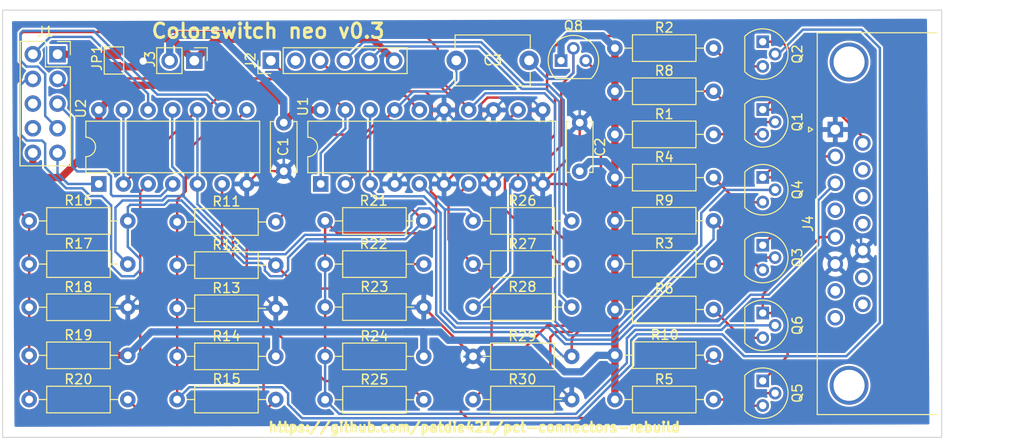
<source format=kicad_pcb>
(kicad_pcb (version 20221018) (generator pcbnew)
  (layers (0 "F.Cu" signal) (31 "B.Cu" signal) (34 "B.Paste" user) (35 "F.Paste" user) (36 "B.SilkS" user "B.Silkscreen") (37 "F.SilkS" user "F.Silkscreen") (38 "B.Mask" user) (39 "F.Mask" user) (44 "Edge.Cuts" user))
  (net 0 "")
  (net 1 "VCC")
  (net 2 "GND1")
  (net 3 "CS")
  (net 4 "Net-(Q8-B)")
  (net 5 "BLUE")
  (net 6 "Net-(Q1-B)")
  (net 7 "Net-(Q1-C)")
  (net 8 "CB")
  (net 9 "Net-(Q2-C)")
  (net 10 "RED")
  (net 11 "Net-(Q3-B)")
  (net 12 "Net-(Q3-C)")
  (net 13 "CR")
  (net 14 "Net-(Q4-C)")
  (net 15 "GREEN")
  (net 16 "Net-(Q5-B)")
  (net 17 "Net-(Q5-C)")
  (net 18 "CG")
  (net 19 "Net-(Q6-C)")
  (net 20 "Net-(Q8-C)")
  (net 21 "XINT")
  (net 22 "XB")
  (net 23 "XR")
  (net 24 "XG")
  (net 25 "Net-(J2-Pin_4)")
  (net 26 "Net-(J2-Pin_3)")
  (net 27 "Net-(J2-Pin_5)")
  (net 28 "ENABLE")
  (net 29 "Net-(J2-Pin_1)")
  (net 30 "CSYNC")
  (net 31 "G")
  (net 32 "B")
  (net 33 "R")
  (net 34 "INT")
  (net 35 "GND")
  (footprint "Resistor_THT:R_Axial_DIN0207_L6.3mm_D2.5mm_P10.16mm_Horizontal" (layer "F.Cu") (at 145.415 114.935)
    (fp_text reference "R30")
    (fp_text value "11K")
  )
  (footprint "Resistor_THT:R_Axial_DIN0207_L6.3mm_D2.5mm_P10.16mm_Horizontal" (layer "F.Cu") (at 130.175 105.41)
    (fp_text reference "R23")
    (fp_text value "1.5K")
  )
  (footprint "Connector_PinHeader_2.54mm:PinHeader_1x06_P2.54mm_Vertical" (layer "F.Cu") (at 124.587 80.03 90)
    (fp_text reference "J2")
    (fp_text value "Conn_01x06")
  )
  (footprint "Connector_PinHeader_2.54mm:PinHeader_1x02_P2.54mm_Vertical" (layer "F.Cu") (at 116.705 80.03 -90)
    (fp_text reference "J3")
    (fp_text value "Conn_01x02_Pin")
  )
  (footprint "Resistor_THT:R_Axial_DIN0207_L6.3mm_D2.5mm_P10.16mm_Horizontal" (layer "F.Cu") (at 160.02 114.935)
    (fp_text reference "R5")
    (fp_text value "56")
  )
  (footprint "Resistor_THT:R_Axial_DIN0207_L6.3mm_D2.5mm_P10.16mm_Horizontal" (layer "F.Cu") (at 114.935 105.537)
    (fp_text reference "R13")
    (fp_text value "1.5K")
  )
  (footprint "Resistor_THT:R_Axial_DIN0207_L6.3mm_D2.5mm_P10.16mm_Horizontal" (layer "F.Cu") (at 114.935 114.935)
    (fp_text reference "R15")
    (fp_text value "3.3K")
  )
  (footprint "Connector_PinHeader_2.54mm:PinHeader_2x05_P2.54mm_Vertical" (layer "F.Cu") (at 100.076 79.375)
    (fp_text reference "J1")
    (fp_text value "Conn_02x05_Odd_Even")
  )
  (footprint "Package_DIP:DIP-14_W7.62mm" (layer "F.Cu") (at 106.865 92.73 90)
    (fp_text reference "U2")
    (fp_text value "74LS08")
  )
  (footprint "Capacitor_THT:C_Disc_D7.5mm_W5.0mm_P7.50mm" (layer "F.Cu") (at 143.683159 80.01)
    (fp_text reference "C3")
    (fp_text value "102K 1KV")
  )
  (footprint "Resistor_THT:R_Axial_DIN0207_L6.3mm_D2.5mm_P10.16mm_Horizontal" (layer "F.Cu") (at 114.935 96.647)
    (fp_text reference "R11")
    (fp_text value "4.7K")
  )
  (footprint "Resistor_THT:R_Axial_DIN0207_L6.3mm_D2.5mm_P10.16mm_Horizontal" (layer "F.Cu") (at 99.695 100.985)
    (fp_text reference "R17")
    (fp_text value "4.7K")
  )
  (footprint "Package_TO_SOT_THT:TO-92" (layer "F.Cu") (at 154.478159 80.03)
    (fp_text reference "Q8")
    (fp_text value "2N3906")
  )
  (footprint "Resistor_THT:R_Axial_DIN0207_L6.3mm_D2.5mm_P10.16mm_Horizontal" (layer "F.Cu") (at 145.415 96.54)
    (fp_text reference "R26")
    (fp_text value "470")
  )
  (footprint "Resistor_THT:R_Axial_DIN0207_L6.3mm_D2.5mm_P10.16mm_Horizontal" (layer "F.Cu") (at 145.415 100.985)
    (fp_text reference "R27")
    (fp_text value "470")
  )
  (footprint "Package_TO_SOT_THT:TO-92" (layer "F.Cu") (at 175.248159 99.04 -90)
    (fp_text reference "Q3")
    (fp_text value "2N3904")
  )
  (footprint "Resistor_THT:R_Axial_DIN0207_L6.3mm_D2.5mm_P10.16mm_Horizontal" (layer "F.Cu") (at 99.695 110.383)
    (fp_text reference "R19")
    (fp_text value "3.3K")
  )
  (footprint "Package_TO_SOT_THT:TO-92" (layer "F.Cu") (at 175.248159 78.085 -90)
    (fp_text reference "Q2")
    (fp_text value "2N3904")
  )
  (footprint "Resistor_THT:R_Axial_DIN0207_L6.3mm_D2.5mm_P10.16mm_Horizontal" (layer "F.Cu") (at 145.415 110.49)
    (fp_text reference "R29")
    (fp_text value "470")
  )
  (footprint "Resistor_THT:R_Axial_DIN0207_L6.3mm_D2.5mm_P10.16mm_Horizontal" (layer "F.Cu") (at 160.02 92.075)
    (fp_text reference "R4")
    (fp_text value "56")
  )
  (footprint "Resistor_THT:R_Axial_DIN0207_L6.3mm_D2.5mm_P10.16mm_Horizontal" (layer "F.Cu") (at 114.935 110.49)
    (fp_text reference "R14")
    (fp_text value "3.3K")
  )
  (footprint "Resistor_THT:R_Axial_DIN0207_L6.3mm_D2.5mm_P10.16mm_Horizontal" (layer "F.Cu") (at 99.695 105.43)
    (fp_text reference "R18")
    (fp_text value "1.5K")
  )
  (footprint "Jumper:SolderJumper-2_P1.3mm_Open_Pad1.0x1.5mm" (layer "F.Cu") (at 108.43 80.015 -90)
    (fp_text reference "JP1")
    (fp_text value "Jumper_2_Open")
  )
  (footprint "Package_TO_SOT_THT:TO-92" (layer "F.Cu") (at 175.248159 106.025 -90)
    (fp_text reference "Q6")
    (fp_text value "2N3904")
  )
  (footprint "Resistor_THT:R_Axial_DIN0207_L6.3mm_D2.5mm_P10.16mm_Horizontal" (layer "F.Cu") (at 99.695 96.54)
    (fp_text reference "R16")
    (fp_text value "4.7K")
  )
  (footprint "Resistor_THT:R_Axial_DIN0207_L6.3mm_D2.5mm_P10.16mm_Horizontal" (layer "F.Cu") (at 170.18 83.185 180)
    (fp_text reference "R8")
    (fp_text value "3.3K")
  )
  (footprint "Resistor_THT:R_Axial_DIN0207_L6.3mm_D2.5mm_P10.16mm_Horizontal" (layer "F.Cu") (at 170.18 110.363 180)
    (fp_text reference "R10")
    (fp_text value "3.3K")
  )
  (footprint "Resistor_THT:R_Axial_DIN0207_L6.3mm_D2.5mm_P10.16mm_Horizontal" (layer "F.Cu") (at 160.02 100.965)
    (fp_text reference "R3")
    (fp_text value "56")
  )
  (footprint "Resistor_THT:R_Axial_DIN0207_L6.3mm_D2.5mm_P10.16mm_Horizontal" (layer "F.Cu") (at 130.175 114.955)
    (fp_text reference "R25")
    (fp_text value "3.3K")
  )
  (footprint "Resistor_THT:R_Axial_DIN0207_L6.3mm_D2.5mm_P10.16mm_Horizontal" (layer "F.Cu") (at 160.02 105.664)
    (fp_text reference "R6")
    (fp_text value "56")
  )
  (footprint "Capacitor_THT:C_Disc_D5.0mm_W2.5mm_P5.00mm" (layer "F.Cu") (at 125.915 86.42 -90)
    (fp_text reference "C1")
    (fp_text value "10nF")
  )
  (footprint "Package_TO_SOT_THT:TO-92" (layer "F.Cu") (at 175.248159 113.01 -90)
    (fp_text reference "Q5")
    (fp_text value "2N3904")
  )
  (footprint "Package_TO_SOT_THT:TO-92" (layer "F.Cu") (at 175.248159 85.07 -90)
    (fp_text reference "Q1")
    (fp_text value "2N3904")
  )
  (footprint "Resistor_THT:R_Axial_DIN0207_L6.3mm_D2.5mm_P10.16mm_Horizontal" (layer "F.Cu") (at 160.02 78.74)
    (fp_text reference "R2")
    (fp_text value "56")
  )
  (footprint "Resistor_THT:R_Axial_DIN0207_L6.3mm_D2.5mm_P10.16mm_Horizontal" (layer "F.Cu") (at 170.18 96.52 180)
    (fp_text reference "R9")
    (fp_text value "3.3K")
  )
  (footprint "Package_TO_SOT_THT:TO-92" (layer "F.Cu") (at 175.248159 92.055 -90)
    (fp_text reference "Q4")
    (fp_text value "2N3904")
  )
  (footprint "Resistor_THT:R_Axial_DIN0207_L6.3mm_D2.5mm_P10.16mm_Horizontal" (layer "F.Cu") (at 130.175 100.985)
    (fp_text reference "R22")
    (fp_text value "4.7K")
  )
  (footprint "Resistor_THT:R_Axial_DIN0207_L6.3mm_D2.5mm_P10.16mm_Horizontal" (layer "F.Cu") (at 145.415 105.41)
    (fp_text reference "R28")
    (fp_text value "470")
  )
  (footprint "Resistor_THT:R_Axial_DIN0207_L6.3mm_D2.5mm_P10.16mm_Horizontal" (layer "F.Cu") (at 99.695 114.935)
    (fp_text reference "R20")
    (fp_text value "3.3K")
  )
  (footprint "Capacitor_THT:C_Disc_D5.0mm_W2.5mm_P5.00mm" (layer "F.Cu") (at 156.395 91.42 90)
    (fp_text reference "C2")
    (fp_text value "10nF")
  )
  (footprint "Resistor_THT:R_Axial_DIN0207_L6.3mm_D2.5mm_P10.16mm_Horizontal" (layer "F.Cu") (at 130.175 96.54)
    (fp_text reference "R21")
    (fp_text value "4.7K")
  )
  (footprint "Connector_Dsub:DSUB-15_Female_Horizontal_P2.77x2.84mm_EdgePinOffset7.70mm_Housed_MountingHolesOffset9.12mm" (layer "F.Cu") (at 182.718159 87.125 90)
    (fp_text reference "J4")
    (fp_text value "DA15_Plug")
  )
  (footprint "Package_DIP:DIP-20_W7.62mm" (layer "F.Cu") (at 129.725 92.73 90)
    (fp_text reference "U1")
    (fp_text value "74LS241_Split")
  )
  (footprint "Resistor_THT:R_Axial_DIN0207_L6.3mm_D2.5mm_P10.16mm_Horizontal" (layer "F.Cu") (at 160.02 87.63)
    (fp_text reference "R1")
    (fp_text value "56")
  )
  (footprint "Resistor_THT:R_Axial_DIN0207_L6.3mm_D2.5mm_P10.16mm_Horizontal" (layer "F.Cu") (at 130.175 110.49)
    (fp_text reference "R24")
    (fp_text value "3.3K")
  )
  (footprint "Resistor_THT:R_Axial_DIN0207_L6.3mm_D2.5mm_P10.16mm_Horizontal" (layer "F.Cu") (at 114.935 101.092)
    (fp_text reference "R12")
    (fp_text value "4.7K")
  )
  (gr_rect (start 96.962 74.83) (end 193.675 118.83) (stroke (width 0.1)) (fill none) (layer "Edge.Cuts"))
  (gr_text "Colorswitch neo v0.3" (at 112.141 77.851) (layer "F.SilkS") (effects (font (size 1.5 1.5) (thickness 0.3) bold) (justify left bottom)))
  (gr_text "https://github.com/patdie421/pct-connectors-rebuild" (at 124.206 118.364) (layer "F.SilkS") (effects (font (size 1 1) (thickness 0.3) bold) (justify left bottom)))
  (segment (start 102.997 92.075) (end 106.865 88.207) (width 0.75) (layer "F.Cu") (net 1))
  (segment (start 108.478 110.383) (end 103.505 105.41) (width 0.75) (layer "F.Cu") (net 1))
  (segment (start 109.855 110.383) (end 108.478 110.383) (width 0.75) (layer "F.Cu") (net 1))
  (segment (start 100.076 91.44) (end 100.711 92.075) (width 0.75) (layer "F.Cu") (net 1))
  (segment (start 125.915 84.475) (end 124.01 82.57) (width 0.75) (layer "F.Cu") (net 1))
  (segment (start 106.865 88.207) (end 106.865 85.11) (width 0.75) (layer "F.Cu") (net 1))
  (segment (start 103.505 94.615) (end 101.773159 92.883159) (width 0.75) (layer "F.Cu") (net 1))
  (segment (start 109.405 82.57) (end 106.865 85.11) (width 0.75) (layer "F.Cu") (net 1))
  (segment (start 160.02 96.52) (end 160.02 100.965) (width 0.75) (layer "F.Cu") (net 1))
  (segment (start 124.01 82.57) (end 109.405 82.57) (width 0.75) (layer "F.Cu") (net 1))
  (segment (start 101.773159 92.075) (end 102.997 92.075) (width 0.75) (layer "F.Cu") (net 1))
  (segment (start 160.02 110.363) (end 160.02 115.062) (width 0.75) (layer "F.Cu") (net 1))
  (segment (start 125.915 86.42) (end 125.915 84.475) (width 0.75) (layer "F.Cu") (net 1))
  (segment (start 160.02 78.74) (end 160.02 83.185) (width 0.75) (layer "F.Cu") (net 1))
  (segment (start 129.725 85.11) (end 127.225 85.11) (width 0.75) (layer "F.Cu") (net 1))
  (segment (start 103.505 105.41) (end 103.505 94.615) (width 0.75) (layer "F.Cu") (net 1))
  (segment (start 100.711 92.075) (end 101.773159 92.075) (width 0.75) (layer "F.Cu") (net 1))
  (segment (start 127.225 85.11) (end 125.915 86.42) (width 0.75) (layer "F.Cu") (net 1))
  (segment (start 100.076 89.535) (end 100.076 91.44) (width 0.75) (layer "F.Cu") (net 1))
  (segment (start 101.773159 92.883159) (end 101.773159 92.075) (width 0.75) (layer "F.Cu") (net 1))
  (segment (start 160.02 105.664) (end 160.02 100.965) (width 0.75) (layer "F.Cu") (net 1))
  (segment (start 160.02 110.363) (end 160.02 105.664) (width 0.75) (layer "F.Cu") (net 1))
  (segment (start 160.02 83.185) (end 160.02 87.63) (width 0.75) (layer "F.Cu") (net 1))
  (segment (start 160.02 87.63) (end 160.02 92.075) (width 0.75) (layer "F.Cu") (net 1))
  (segment (start 160.02 92.075) (end 160.02 96.52) (width 0.75) (layer "F.Cu") (net 1))
  (segment (start 160.02 92.075) (end 160.02 91.44) (width 0.25) (layer "B.Cu") (net 1))
  (segment (start 140.335 107.97) (end 138.441841 107.97) (width 0.75) (layer "B.Cu") (net 1))
  (segment (start 125.329 107.97) (end 138.441841 107.97) (width 0.75) (layer "B.Cu") (net 1))
  (segment (start 125.095 110.49) (end 125.095 108.204) (width 0.75) (layer "B.Cu") (net 1))
  (segment (start 151.598421 108.83) (end 154.848421 112.08) (width 0.75) (layer "B.Cu") (net 1))
  (segment (start 114.165 78.295) (end 115.03 77.43) (width 0.75) (layer "B.Cu") (net 1))
  (segment (start 119.33 77.43) (end 125.915 84.015) (width 0.75) (layer "B.Cu") (net 1))
  (segment (start 109.855 110.383) (end 112.268 107.97) (width 0.75) (layer "B.Cu") (net 1))
  (segment (start 156.525 112.08) (end 158.222 110.383) (width 0.75) (layer "B.Cu") (net 1))
  (segment (start 125.915 84.015) (end 125.915 86.42) (width 0.75) (layer "B.Cu") (net 1))
  (segment (start 154.478159 80.03) (end 154.478159 78.202133) (width 0.75) (layer "B.Cu") (net 1))
  (segment (start 142.011841 107.97) (end 142.871841 108.83) (width 0.75) (layer "B.Cu") (net 1))
  (segment (start 114.165 80.03) (end 114.165 78.295) (width 0.75) (layer "B.Cu") (net 1))
  (segment (start 158.222 110.383) (end 160 110.383) (width 0.75) (layer "B.Cu") (net 1))
  (segment (start 157.391 90.424) (end 156.395 91.42) (width 0.75) (layer "B.Cu") (net 1))
  (segment (start 154.848421 112.08) (end 156.525 112.08) (width 0.75) (layer "B.Cu") (net 1))
  (segment (start 154.478159 78.202133) (end 155.210292 77.47) (width 0.75) (layer "B.Cu") (net 1))
  (segment (start 160.02 91.44) (end 159.004 90.424) (width 0.75) (layer "B.Cu") (net 1))
  (segment (start 112.268 107.97) (end 125.329 107.97) (width 0.75) (layer "B.Cu") (net 1))
  (segment (start 159.004 90.424) (end 157.391 90.424) (width 0.75) (layer "B.Cu") (net 1))
  (segment (start 142.871841 108.83) (end 151.598421 108.83) (width 0.75) (layer "B.Cu") (net 1))
  (segment (start 115.03 77.43) (end 119.33 77.43) (width 0.75) (layer "B.Cu") (net 1))
  (segment (start 140.335 110.383) (end 140.335 107.97) (width 0.75) (layer "B.Cu") (net 1))
  (segment (start 138.441841 107.97) (end 142.011841 107.97) (width 0.75) (layer "B.Cu") (net 1))
  (segment (start 155.210292 77.47) (end 158.75 77.47) (width 0.75) (layer "B.Cu") (net 1))
  (segment (start 158.75 77.47) (end 160.02 78.74) (width 0.75) (layer "B.Cu") (net 1))
  (segment (start 160 110.383) (end 160.02 110.363) (width 0.75) (layer "B.Cu") (net 1))
  (segment (start 125.095 108.204) (end 125.329 107.97) (width 0.75) (layer "B.Cu") (net 1))
  (segment (start 156.395 86.42) (end 156.395 88.92) (width 0.25) (layer "F.Cu") (net 2))
  (segment (start 122.105 102.547) (end 122.105 92.73) (width 0.25) (layer "F.Cu") (net 2))
  (segment (start 111.43 80.08) (end 110.845 80.665) (width 0.75) (layer "F.Cu") (net 2))
  (segment (start 110.845 80.665) (end 108.43 80.665) (width 0.75) (layer "F.Cu") (net 2))
  (segment (start 111.43 80.08) (end 111.33 79.98) (width 0.25) (layer "F.Cu") (net 2))
  (segment (start 152.585 92.73) (end 154.951841 92.73) (width 0.25) (layer "F.Cu") (net 2))
  (segment (start 140.335 105.43) (end 145.415 110.51) (width 0.25) (layer "F.Cu") (net 2))
  (segment (start 155.575 114.935) (end 155.575 115.082) (width 0.25) (layer "F.Cu") (net 2))
  (segment (start 142.425 92.73) (end 143.55 91.605) (width 0.25) (layer "F.Cu") (net 2))
  (segment (start 155.588237 107.97) (end 153.931841 107.97) (width 0.25) (layer "F.Cu") (net 2))
  (segment (start 146.38 91.605) (end 147.505 92.73) (width 0.25) (layer "F.Cu") (net 2))
  (segment (start 143.55 91.605) (end 146.38 91.605) (width 0.25) (layer "F.Cu") (net 2))
  (segment (start 156.395 88.92) (end 152.585 92.73) (width 0.25) (layer "F.Cu") (net 2))
  (segment (start 153.931841 107.97) (end 153.371841 108.53) (width 0.25) (layer "F.Cu") (net 2))
  (segment (start 153.371841 112.731841) (end 155.575 114.935) (width 0.25) (layer "F.Cu") (net 2))
  (segment (start 123.415 91.42) (end 122.105 92.73) (width 0.25) (layer "F.Cu") (net 2))
  (segment (start 158.126841 105.431396) (end 155.588237 107.97) (width 0.25) (layer "F.Cu") (net 2))
  (segment (start 153.371841 108.53) (end 153.371841 112.731841) (width 0.25) (layer "F.Cu") (net 2))
  (segment (start 154.951841 92.73) (end 158.126841 95.905) (width 0.25) (layer "F.Cu") (net 2))
  (segment (start 125.915 91.42) (end 123.415 91.42) (width 0.25) (layer "F.Cu") (net 2))
  (segment (start 125.095 105.537) (end 122.105 102.547) (width 0.25) (layer "F.Cu") (net 2))
  (segment (start 158.126841 95.905) (end 158.126841 105.431396) (width 0.25) (layer "F.Cu") (net 2))
  (via (at 111.43 80.08) (size 1) (drill 0.75) (layers "F.Cu" "B.Cu") (net 2))
  (segment (start 123.356396 88.265) (end 126.538159 88.265) (width 0.25) (layer "B.Cu") (net 2))
  (segment (start 148.775 83.84) (end 151.315 83.84) (width 0.25) (layer "B.Cu") (net 2))
  (segment (start 151.315 83.84) (end 152.585 85.11) (width 0.25) (layer "B.Cu") (net 2))
  (segment (start 128.455 84.58) (end 128.455 84.318061) (width 0.25) (layer "B.Cu") (net 2))
  (segment (start 136.075 84.506122) (end 136.075 85.901939) (width 0.25) (layer "B.Cu") (net 2))
  (segment (start 143.695 86.38) (end 142.425 85.11) (width 0.25) (layer "B.Cu") (net 2))
  (segment (start 128.455 84.318061) (end 128.933061 83.84) (width 0.25) (layer "B.Cu") (net 2))
  (segment (start 185.373159 99.85) (end 185.373159 98.37) (width 0.25) (layer "B.Cu") (net 2))
  (segment (start 120.83 84.63) (end 120.83 85.738604) (width 0.25) (layer "B.Cu") (net 2))
  (segment (start 125.915 88.276841) (end 125.926841 88.265) (width 0.25) (layer "B.Cu") (net 2))
  (segment (start 141.155 91.46) (end 138.615 91.46) (width 0.25) (layer "B.Cu") (net 2))
  (segment (start 180.328159 81.935) (end 156.856841 81.935) (width 0.25) (layer "B.Cu") (net 2))
  (segment (start 111.43 80.08) (end 114.43 83.08) (width 0.25) (layer "B.Cu") (net 2))
  (segment (start 147.505 85.11) (end 147.505 92.73) (width 0.25) (layer "B.Cu") (net 2))
  (segment (start 111.125 104.16) (end 123.718 104.16) (width 0.25) (layer "B.Cu") (net 2))
  (segment (start 184.138159 85.704999) (end 180.34816 81.914999) (width 0.25) (layer "B.Cu") (net 2))
  (segment (start 136.075 85.901939) (end 136.553061 86.38) (width 0.25) (layer "B.Cu") (net 2))
  (segment (start 151.15 110.51) (end 155.575 114.935) (width 0.25) (layer "B.Cu") (net 2))
  (segment (start 147.505 92.73) (end 148.775 91.46) (width 0.25) (layer "B.Cu") (net 2))
  (segment (start 147.505 85.11) (end 146.235 86.38) (width 0.25) (layer "B.Cu") (net 2))
  (segment (start 141.155 86.38) (end 142.425 85.11) (width 0.25) (layer "B.Cu") (net 2))
  (segment (start 185.373159 98.37) (end 184.138159 97.135) (width 0.25) (layer "B.Cu") (net 2))
  (segment (start 123.718 104.16) (end 125.095 105.537) (width 0.25) (layer "B.Cu") (net 2))
  (segment (start 156.395 83.205) (end 156.395 86.42) (width 0.25) (layer "B.Cu") (net 2))
  (segment (start 135.408878 83.84) (end 136.075 84.506122) (width 0.25) (layer "B.Cu") (net 2))
  (segment (start 144.537841 110.51) (end 151.15 110.51) (width 0.25) (layer "B.Cu") (net 2))
  (segment (start 109.855 105.43) (end 111.125 104.16) (width 0.25) (layer "B.Cu") (net 2))
  (segment (start 147.505 85.11) (end 148.775 83.84) (width 0.25) (layer "B.Cu") (net 2))
  (segment (start 120.83 85.738604) (end 123.356396 88.265) (width 0.25) (layer "B.Cu") (net 2))
  (segment (start 128.455 86.348159) (end 128.455 84.58) (width 0.25) (layer "B.Cu") (net 2))
  (segment (start 119.28 83.08) (end 120.83 84.63) (width 0.25) (layer "B.Cu") (net 2))
  (segment (start 125.915 91.42) (end 125.915 88.276841) (width 0.25) (layer "B.Cu") (net 2))
  (segment (start 136.553061 86.38) (end 141.155 86.38) (width 0.25) (layer "B.Cu") (net 2))
  (segment (start 125.926841 88.265) (end 126.538159 88.265) (width 0.25) (layer "B.Cu") (net 2))
  (segment (start 157.665 81.935) (end 156.395 83.205) (width 0.25) (layer "B.Cu") (net 2))
  (segment (start 146.235 86.38) (end 143.695 86.38) (width 0.25) (layer "B.Cu") (net 2))
  (segment (start 126.538159 88.265) (end 128.455 86.348159) (width 0.25) (layer "B.Cu") (net 2))
  (segment (start 128.933061 83.84) (end 135.408878 83.84) (width 0.25) (layer "B.Cu") (net 2))
  (segment (start 114.43 83.08) (end 119.28 83.08) (width 0.25) (layer "B.Cu") (net 2))
  (segment (start 148.775 91.46) (end 151.315 91.46) (width 0.25) (layer "B.Cu") (net 2))
  (segment (start 142.425 92.73) (end 141.155 91.46) (width 0.25) (layer "B.Cu") (net 2))
  (segment (start 180.34816 81.914999) (end 180.328159 81.935) (width 0.25) (layer "B.Cu") (net 2))
  (segment (start 184.138159 97.135) (end 184.138159 85.704999) (width 0.25) (layer "B.Cu") (net 2))
  (segment (start 151.315 91.46) (end 152.585 92.73) (width 0.25) (layer "B.Cu") (net 2))
  (segment (start 138.615 91.46) (end 137.345 92.73) (width 0.25) (layer "B.Cu") (net 2))
  (segment (start 127.107 94.635) (end 130.186841 94.635) (width 0.25) (layer "F.Cu") (net 3))
  (segment (start 130.995 94.635) (end 130.995 91.46) (width 0.25) (layer "F.Cu") (net 3))
  (segment (start 140.335 96.54) (end 138.43 94.635) (width 0.25) (layer "F.Cu") (net 3))
  (segment (start 130.995 91.46) (end 137.345 85.11) (width 0.25) (layer "F.Cu") (net 3))
  (segment (start 138.43 94.635) (end 130.186841 94.635) (width 0.25) (layer "F.Cu") (net 3))
  (segment (start 125.095 96.647) (end 127.107 94.635) (width 0.25) (layer "F.Cu") (net 3))
  (segment (start 143.683159 80.01) (end 143.683159 82.006841) (width 0.25) (layer "B.Cu") (net 3))
  (segment (start 101.346 88.577973) (end 101.346 91.014237) (width 0.25) (layer "B.Cu") (net 3))
  (segment (start 99.441 88.265) (end 101.033027 88.265) (width 0.25) (layer "B.Cu") (net 3))
  (segment (start 123.97 101.647939) (end 124.557061 102.235) (width 0.25) (layer "B.Cu") (net 3))
  (segment (start 111.125 101.594439) (end 111.125 100.457) (width 0.25) (layer "B.Cu") (net 3))
  (segment (start 143.683159 82.006841) (end 142.485 83.205) (width 0.25) (layer "B.Cu") (net 3))
  (segment (start 107.188 93.98) (end 108.135 94.927) (width 0.25) (layer "B.Cu") (net 3))
  (segment (start 142.485 83.205) (end 139.25 83.205) (width 0.25) (layer "B.Cu") (net 3))
  (segment (start 116.488604 95.535) (end 116.49 95.535) (width 0.25) (layer "B.Cu") (net 3))
  (segment (start 126.365 101.6) (end 126.365 100.331396) (width 0.25) (layer "B.Cu") (net 3))
  (segment (start 105.18669 93.18) (end 105.98669 93.98) (width 0.25) (layer "B.Cu") (net 3))
  (segment (start 99.441 81.915) (end 98.806 82.55) (width 0.25) (layer "B.Cu") (net 3))
  (segment (start 126.365 100.331396) (end 128.271396 98.425) (width 0.25) (layer "B.Cu") (net 3))
  (segment (start 124.557061 102.235) (end 125.73 102.235) (width 0.25) (layer "B.Cu") (net 3))
  (segment (start 123.6 100.867) (end 123.97 101.237) (width 0.25) (layer "B.Cu") (net 3))
  (segment (start 109.235 102.235) (end 110.484439 102.235) (width 0.25) (layer "B.Cu") (net 3))
  (segment (start 101.033027 88.265) (end 101.346 88.577973) (width 0.25) (layer "B.Cu") (net 3))
  (segment (start 111.125 100.457) (end 109.855 99.187) (width 0.25) (layer "B.Cu") (net 3))
  (segment (start 109.855 95.123) (end 110.098 94.88) (width 0.25) (layer "B.Cu") (net 3))
  (segment (start 110.098 94.88) (end 113.607792 94.88) (width 0.25) (layer "B.Cu") (net 3))
  (segment (start 108.135 94.927) (end 108.135 101.135) (width 0.25) (layer "B.Cu") (net 3))
  (segment (start 120.8 99.845) (end 120.8 99.854555) (width 0.25) (layer "B.Cu") (net 3))
  (segment (start 109.855 96.54) (end 109.855 95.123) (width 0.25) (layer "B.Cu") (net 3))
  (segment (start 116.49 95.535) (end 120.8 99.845) (width 0.25) (layer "B.Cu") (net 3))
  (segment (start 108.135 101.135) (end 109.235 102.235) (width 0.25) (layer "B.Cu") (net 3))
  (segment (start 110.484439 102.235) (end 111.125 101.594439) (width 0.25) (layer "B.Cu") (net 3))
  (segment (start 98.806 82.55) (end 98.806 87.63) (width 0.25) (layer "B.Cu") (net 3))
  (segment (start 128.271396 98.425) (end 138.45 98.425) (width 0.25) (layer "B.Cu") (net 3))
  (segment (start 113.607792 94.88) (end 114.057792 94.43) (width 0.25) (layer "B.Cu") (net 3))
  (segment (start 138.45 98.425) (end 140.335 96.54) (width 0.25) (layer "B.Cu") (net 3))
  (segment (start 121.822 100.867) (end 123.6 100.867) (width 0.25) (layer "B.Cu") (net 3))
  (segment (start 98.806 87.63) (end 99.441 88.265) (width 0.25) (layer "B.Cu") (net 3))
  (segment (start 100.076 81.915) (end 99.441 81.915) (width 0.25) (layer "B.Cu") (net 3))
  (segment (start 109.855 99.187) (end 109.855 96.54) (width 0.25) (layer "B.Cu") (net 3))
  (segment (start 115.383604 94.43) (end 116.488604 95.535) (width 0.25) (layer "B.Cu") (net 3))
  (segment (start 121.294555 100.339555) (end 121.822 100.867) (width 0.25) (layer "B.Cu") (net 3))
  (segment (start 123.97 101.237) (end 123.97 101.647939) (width 0.25) (layer "B.Cu") (net 3))
  (segment (start 120.8 99.854555) (end 121.285 100.339555) (width 0.25) (layer "B.Cu") (net 3))
  (segment (start 101.346 91.014237) (end 103.511763 93.18) (width 0.25) (layer "B.Cu") (net 3))
  (segment (start 121.285 100.339555) (end 121.294555 100.339555) (width 0.25) (layer "B.Cu") (net 3))
  (segment (start 139.25 83.205) (end 137.345 85.11) (width 0.25) (layer "B.Cu") (net 3))
  (segment (start 105.98669 93.98) (end 107.188 93.98) (width 0.25) (layer "B.Cu") (net 3))
  (segment (start 103.511763 93.18) (end 105.18669 93.18) (width 0.25) (layer "B.Cu") (net 3))
  (segment (start 114.057792 94.43) (end 115.383604 94.43) (width 0.25) (layer "B.Cu") (net 3))
  (segment (start 125.73 102.235) (end 126.365 101.6) (width 0.25) (layer "B.Cu") (net 3))
  (segment (start 145.415 114.935) (end 153.015 107.335) (width 0.25) (layer "F.Cu") (net 4))
  (segment (start 155.586841 107.335) (end 157.676841 105.245) (width 0.25) (layer "F.Cu") (net 4))
  (segment (start 157.676841 105.245) (end 157.676841 101.332402) (width 0.25) (layer "F.Cu") (net 4))
  (segment (start 154.49 88.763061) (end 154.49 82.538159) (width 0.25) (layer "F.Cu") (net 4))
  (segment (start 151.315 94.970561) (end 151.315 91.938061) (width 0.25) (layer "F.Cu") (net 4))
  (segment (start 151.315 91.938061) (end 154.49 88.763061) (width 0.25) (layer "F.Cu") (net 4))
  (segment (start 155.748159 81.28) (end 155.748159 78.76) (width 0.25) (layer "F.Cu") (net 4))
  (segment (start 154.49 82.538159) (end 155.748159 81.28) (width 0.25) (layer "F.Cu") (net 4))
  (segment (start 157.676841 101.332402) (end 151.315 94.970561) (width 0.25) (layer "F.Cu") (net 4))
  (segment (start 153.015 107.335) (end 155.586841 107.335) (width 0.25) (layer "F.Cu") (net 4))
  (segment (start 151.183159 80.01) (end 153.088159 81.915) (width 0.25) (layer "B.Cu") (net 4))
  (segment (start 155.748159 81.28) (end 155.748159 78.76) (width 0.25) (layer "B.Cu") (net 4))
  (segment (start 153.088159 81.915) (end 155.113159 81.915) (width 0.25) (layer "B.Cu") (net 4))
  (segment (start 155.113159 81.915) (end 155.748159 81.28) (width 0.25) (layer "B.Cu") (net 4))
  (segment (start 185.558159 87.90538) (end 185.558159 88.51) (width 0.25) (layer "F.Cu") (net 5))
  (segment (start 182.732779 85.08) (end 185.558159 87.90538) (width 0.25) (layer "F.Cu") (net 5))
  (segment (start 177.8 78.682329) (end 177.202671 78.085) (width 0.25) (layer "F.Cu") (net 5))
  (segment (start 177.202671 78.085) (end 175.248159 78.085) (width 0.25) (layer "F.Cu") (net 5))
  (segment (start 177.8 82.518159) (end 177.8 78.682329) (width 0.25) (layer "F.Cu") (net 5))
  (segment (start 175.248159 85.07) (end 175.258159 85.08) (width 0.25) (layer "F.Cu") (net 5))
  (segment (start 175.248159 85.07) (end 177.8 82.518159) (width 0.25) (layer "F.Cu") (net 5))
  (segment (start 175.248159 85.07) (end 175.258159 85.06) (width 0.25) (layer "F.Cu") (net 5))
  (segment (start 175.258159 85.08) (end 182.732779 85.08) (width 0.25) (layer "F.Cu") (net 5))
  (segment (start 161.945 77.49) (end 167.64 83.185) (width 0.25) (layer "F.Cu") (net 6))
  (segment (start 150.045 92.73) (end 150.045 91.46) (width 0.25) (layer "F.Cu") (net 6))
  (segment (start 153.035 79.375) (end 154.92 77.49) (width 0.25) (layer "F.Cu") (net 6))
  (segment (start 153.035 83.02) (end 153.035 79.375) (width 0.25) (layer "F.Cu") (net 6))
  (segment (start 150.045 91.46) (end 153.855 87.65) (width 0.25) (layer "F.Cu") (net 6))
  (segment (start 167.64 83.185) (end 170.18 83.185) (width 0.25) (layer "F.Cu") (net 6))
  (segment (start 154.92 77.49) (end 161.945 77.49) (width 0.25) (layer "F.Cu") (net 6))
  (segment (start 176.518159 86.34) (end 176.498159 86.36) (width 0.25) (layer "F.Cu") (net 6))
  (segment (start 153.855 83.84) (end 153.035 83.02) (width 0.25) (layer "F.Cu") (net 6))
  (segment (start 176.498159 86.36) (end 173.355 86.36) (width 0.25) (layer "F.Cu") (net 6))
  (segment (start 153.855 87.65) (end 153.855 83.84) (width 0.25) (layer "F.Cu") (net 6))
  (segment (start 173.355 86.36) (end 170.18 83.185) (width 0.25) (layer "F.Cu") (net 6))
  (segment (start 149.236841 92.73) (end 149.236841 101.862159) (width 0.25) (layer "B.Cu") (net 6))
  (segment (start 149.236841 101.862159) (end 145.415 105.684) (width 0.25) (layer "B.Cu") (net 6))
  (segment (start 170.18 87.63) (end 170.2 87.61) (width 0.25) (layer "F.Cu") (net 7))
  (segment (start 170.2 87.61) (end 175.248159 87.61) (width 0.25) (layer "F.Cu") (net 7))
  (segment (start 136.075 85.743604) (end 136.075 84.475) (width 0.25) (layer "F.Cu") (net 8))
  (segment (start 123.375 84.516396) (end 123.375 85.743604) (width 0.25) (layer "F.Cu") (net 8))
  (segment (start 118.295 87.046122) (end 118.295 84.635561) (width 0.25) (layer "F.Cu") (net 8))
  (segment (start 123.375 85.743604) (end 125.281396 87.65) (width 0.25) (layer "F.Cu") (net 8))
  (segment (start 136.075 84.475) (end 136.895 83.655) (width 0.25) (layer "F.Cu") (net 8))
  (segment (start 115.824 93.472) (end 115.824 89.517122) (width 0.25) (layer "F.Cu") (net 8))
  (segment (start 118.295 84.635561) (end 119.090561 83.84) (width 0.25) (layer "F.Cu") (net 8))
  (segment (start 134.168604 87.65) (end 136.075 85.743604) (width 0.25) (layer "F.Cu") (net 8))
  (segment (start 138.43 83.655) (end 139.885 85.11) (width 0.25) (layer "F.Cu") (net 8))
  (segment (start 136.895 83.655) (end 138.43 83.655) (width 0.25) (layer "F.Cu") (net 8))
  (segment (start 114.935 115.062) (end 114.935 96.647) (width 0.25) (layer "F.Cu") (net 8))
  (segment (start 119.090561 83.84) (end 122.698604 83.84) (width 0.25) (layer "F.Cu") (net 8))
  (segment (start 115.824 89.517122) (end 118.295 87.046122) (width 0.25) (layer "F.Cu") (net 8))
  (segment (start 114.935 96.647) (end 114.935 94.361) (width 0.25) (layer "F.Cu") (net 8))
  (segment (start 122.698604 83.84) (end 123.375 84.516396) (width 0.25) (layer "F.Cu") (net 8))
  (segment (start 125.281396 87.65) (end 134.168604 87.65) (width 0.25) (layer "F.Cu") (net 8))
  (segment (start 114.935 94.361) (end 115.824 93.472) (width 0.25) (layer "F.Cu") (net 8))
  (segment (start 187.313159 78.728159) (end 187.313159 107.01416) (width 0.25) (layer "B.Cu") (net 8))
  (segment (start 179.3875 76.835) (end 185.42 76.835) (width 0.25) (layer "B.Cu") (net 8))
  (segment (start 176.8675 79.355) (end 179.3875 76.835) (width 0.25) (layer "B.Cu") (net 8))
  (segment (start 173.335 110.47) (end 171.08 108.215) (width 0.25) (layer "B.Cu") (net 8))
  (segment (start 176.518159 79.355) (end 176.8675 79.355) (width 0.25) (layer "B.Cu") (net 8))
  (segment (start 183.857319 110.47) (end 173.335 110.47) (width 0.25) (layer "B.Cu") (net 8))
  (segment (start 125.73 113.665) (end 116.205 113.665) (width 0.25) (layer "B.Cu") (net 8))
  (segment (start 171.08 108.215) (end 162.300584 108.215) (width 0.25) (layer "B.Cu") (net 8))
  (segment (start 185.42 76.835) (end 187.313159 78.728159) (width 0.25) (layer "B.Cu") (net 8))
  (segment (start 116.205 113.665) (end 114.935 114.935) (width 0.25) (layer "B.Cu") (net 8))
  (segment (start 127.807402 116.86) (end 126.365 115.417598) (width 0.25) (layer "B.Cu") (net 8))
  (segment (start 126.365 115.417598) (end 126.365 114.3) (width 0.25) (layer "B.Cu") (net 8))
  (segment (start 161.701637 111.348363) (end 156.19 116.86) (width 0.25) (layer "B.Cu") (net 8))
  (segment (start 162.300584 108.215) (end 161.701637 108.813947) (width 0.25) (layer "B.Cu") (net 8))
  (segment (start 187.313159 107.01416) (end 183.857319 110.47) (width 0.25) (layer "B.Cu") (net 8))
  (segment (start 126.365 114.3) (end 125.73 113.665) (width 0.25) (layer "B.Cu") (net 8))
  (segment (start 161.701637 108.813947) (end 161.701637 111.348363) (width 0.25) (layer "B.Cu") (net 8))
  (segment (start 156.19 116.86) (end 127.807402 116.86) (width 0.25) (layer "B.Cu") (net 8))
  (segment (start 170.18 78.74) (end 172.065 80.625) (width 0.25) (layer "F.Cu") (net 9))
  (segment (start 172.065 80.625) (end 175.248159 80.625) (width 0.25) (layer "F.Cu") (net 9))
  (segment (start 177.448159 89.895) (end 177.428159 89.875) (width 0.25) (layer "F.Cu") (net 10))
  (segment (start 182.718159 89.895) (end 177.448159 89.895) (width 0.25) (layer "F.Cu") (net 10))
  (segment (start 175.248159 92.055) (end 177.202671 92.055) (width 0.25) (layer "F.Cu") (net 10))
  (segment (start 177.8 96.488159) (end 175.248159 99.04) (width 0.25) (layer "F.Cu") (net 10))
  (segment (start 177.8 92.652329) (end 177.8 96.488159) (width 0.25) (layer "F.Cu") (net 10))
  (segment (start 177.202671 92.055) (end 177.8 92.652329) (width 0.25) (layer "F.Cu") (net 10))
  (segment (start 177.428159 89.875) (end 175.248159 92.055) (width 0.25) (layer "F.Cu") (net 10))
  (segment (start 170.18 96.52) (end 173.97 100.31) (width 0.25) (layer "F.Cu") (net 11))
  (segment (start 173.97 100.31) (end 176.518159 100.31) (width 0.25) (layer "F.Cu") (net 11))
  (segment (start 159.836396 108.77) (end 170.18 98.426396) (width 0.25) (layer "B.Cu") (net 11))
  (segment (start 142.516841 105.788439) (end 143.808402 107.08) (width 0.25) (layer "B.Cu") (net 11))
  (segment (start 142.516841 95.361841) (end 144.891841 95.361841) (width 0.25) (layer "B.Cu") (net 11))
  (segment (start 145.415 95.885) (end 145.415 96.54) (width 0.25) (layer "B.Cu") (net 11))
  (segment (start 142.516841 95.361841) (end 142.516841 105.788439) (width 0.25) (layer "B.Cu") (net 11))
  (segment (start 155.061841 108.77) (end 159.836396 108.77) (width 0.25) (layer "B.Cu") (net 11))
  (segment (start 144.891841 95.361841) (end 145.415 95.885) (width 0.25) (layer "B.Cu") (net 11))
  (segment (start 143.808402 107.08) (end 153.371841 107.08) (width 0.25) (layer "B.Cu") (net 11))
  (segment (start 139.885 92.73) (end 142.516841 95.361841) (width 0.25) (layer "B.Cu") (net 11))
  (segment (start 170.18 98.426396) (end 170.18 96.52) (width 0.25) (layer "B.Cu") (net 11))
  (segment (start 153.371841 107.08) (end 155.061841 108.77) (width 0.25) (layer "B.Cu") (net 11))
  (segment (start 175.094969 101.58) (end 175.248159 101.58) (width 0.25) (layer "F.Cu") (net 12))
  (segment (start 170.18 100.965) (end 174.479969 100.965) (width 0.25) (layer "F.Cu") (net 12))
  (segment (start 174.479969 100.965) (end 175.094969 101.58) (width 0.25) (layer "F.Cu") (net 12))
  (segment (start 144.965 84.951665) (end 144.965 85.11) (width 0.25) (layer "F.Cu") (net 13))
  (segment (start 98.806 77.334) (end 99.06 77.08) (width 0.25) (layer "F.Cu") (net 13))
  (segment (start 99.695 96.54) (end 98.806 95.651) (width 0.25) (layer "F.Cu") (net 13))
  (segment (start 99.695 105.43) (end 99.695 100.985) (width 0.25) (layer "F.Cu") (net 13))
  (segment (start 141.778159 78.74) (end 141.778159 81.764824) (width 0.25) (layer "F.Cu") (net 13))
  (segment (start 140.118159 77.08) (end 141.778159 78.74) (width 0.25) (layer "F.Cu") (net 13))
  (segment (start 98.806 95.651) (end 98.806 77.334) (width 0.25) (layer "F.Cu") (net 13))
  (segment (start 99.695 100.985) (end 99.695 96.54) (width 0.25) (layer "F.Cu") (net 13))
  (segment (start 99.695 110.383) (end 99.695 105.43) (width 0.25) (layer "F.Cu") (net 13))
  (segment (start 141.778159 81.764824) (end 144.965 84.951665) (width 0.25) (layer "F.Cu") (net 13))
  (segment (start 99.695 115.082) (end 99.695 110.383) (width 0.25) (layer "F.Cu") (net 13))
  (segment (start 99.06 77.08) (end 140.118159 77.08) (width 0.25) (layer "F.Cu") (net 13))
  (segment (start 171.293061 93.345) (end 176.498159 93.345) (width 0.25) (layer "B.Cu") (net 13))
  (segment (start 176.498159 93.345) (end 176.518159 93.325) (width 0.25) (layer "B.Cu") (net 13))
  (segment (start 159.65 108.32) (end 168.91 99.06) (width 0.25) (layer "B.Cu") (net 13))
  (segment (start 168.91 95.728061) (end 171.293061 93.345) (width 0.25) (layer "B.Cu") (net 13))
  (segment (start 155.301841 108.32) (end 159.65 108.32) (width 0.25) (layer "B.Cu") (net 13))
  (segment (start 168.91 99.06) (end 168.91 95.728061) (width 0.25) (layer "B.Cu") (net 13))
  (segment (start 152.768604 83.39) (end 153.855 84.476396) (width 0.25) (layer "B.Cu") (net 13))
  (segment (start 153.855 106.873159) (end 155.301841 108.32) (width 0.25) (layer "B.Cu") (net 13))
  (segment (start 153.855 84.476396) (end 153.855 106.873159) (width 0.25) (layer "B.Cu") (net 13))
  (segment (start 144.965 85.11) (end 146.685 83.39) (width 0.25) (layer "B.Cu") (net 13))
  (segment (start 146.685 83.39) (end 152.768604 83.39) (width 0.25) (layer "B.Cu") (net 13))
  (segment (start 175.228159 94.615) (end 175.248159 94.595) (width 0.25) (layer "F.Cu") (net 14))
  (segment (start 172.72 94.615) (end 175.228159 94.615) (width 0.25) (layer "F.Cu") (net 14))
  (segment (start 170.18 92.075) (end 172.72 94.615) (width 0.25) (layer "F.Cu") (net 14))
  (segment (start 177.8 110.458159) (end 175.248159 113.01) (width 0.25) (layer "F.Cu") (net 15))
  (segment (start 181.163159 98.205) (end 175.248159 104.12) (width 0.25) (layer "F.Cu") (net 15))
  (segment (start 182.718159 98.205) (end 181.163159 98.205) (width 0.25) (layer "F.Cu") (net 15))
  (segment (start 175.248159 104.12) (end 175.248159 106.025) (width 0.25) (layer "F.Cu") (net 15))
  (segment (start 177.202671 106.025) (end 177.8 106.622329) (width 0.25) (layer "F.Cu") (net 15))
  (segment (start 177.8 106.622329) (end 177.8 110.458159) (width 0.25) (layer "F.Cu") (net 15))
  (segment (start 175.248159 106.025) (end 177.202671 106.025) (width 0.25) (layer "F.Cu") (net 15))
  (segment (start 147.32 110.656939) (end 144.145 113.831939) (width 0.25) (layer "F.Cu") (net 16))
  (segment (start 163.703 116.84) (end 170.18 110.363) (width 0.25) (layer "F.Cu") (net 16))
  (segment (start 170.18 110.363) (end 174.097 114.28) (width 0.25) (layer "F.Cu") (net 16))
  (segment (start 142.886841 94.808159) (end 142.886841 98.456841) (width 0.25) (layer "F.Cu") (net 16))
  (segment (start 145.415 100.985) (end 147.32 102.89) (width 0.25) (layer "F.Cu") (net 16))
  (segment (start 174.097 114.28) (end 176.518159 114.28) (width 0.25) (layer "F.Cu") (net 16))
  (segment (start 144.145 113.831939) (end 144.145 116.196841) (width 0.25) (layer "F.Cu") (net 16))
  (segment (start 144.788159 116.84) (end 163.703 116.84) (width 0.25) (layer "F.Cu") (net 16))
  (segment (start 147.32 102.89) (end 147.32 110.656939) (width 0.25) (layer "F.Cu") (net 16))
  (segment (start 144.145 116.196841) (end 144.788159 116.84) (width 0.25) (layer "F.Cu") (net 16))
  (segment (start 144.965 92.73) (end 142.886841 94.808159) (width 0.25) (layer "F.Cu") (net 16))
  (segment (start 145.415 100.985) (end 142.886841 98.456841) (width 0.25) (layer "F.Cu") (net 16))
  (segment (start 172.728159 114.935) (end 173.363159 115.57) (width 0.25) (layer "F.Cu") (net 17))
  (segment (start 173.363159 115.57) (end 174.625 115.57) (width 0.25) (layer "F.Cu") (net 17))
  (segment (start 170.18 115.062) (end 170.18 114.935) (width 0.25) (layer "F.Cu") (net 17))
  (segment (start 170.18 114.935) (end 172.728159 114.935) (width 0.25) (layer "F.Cu") (net 17))
  (segment (start 141.605 97.004439) (end 140.799439 97.81) (width 0.25) (layer "F.Cu") (net 18))
  (segment (start 141.605 94.054439) (end 141.605 97.004439) (width 0.25) (layer "F.Cu") (net 18))
  (segment (start 144.35 90.805) (end 142.24 90.805) (width 0.25) (layer "F.Cu") (net 18))
  (segment (start 130.175 105.43) (end 130.175 110.383) (width 0.25) (layer "F.Cu") (net 18))
  (segment (start 131.445 97.81) (end 130.175 96.54) (width 0.25) (layer "F.Cu") (net 18))
  (segment (start 141.05658 93.506019) (end 141.605 94.054439) (width 0.25) (layer "F.Cu") (net 18))
  (segment (start 130.175 96.54) (end 130.175 100.985) (width 0.25) (layer "F.Cu") (net 18))
  (segment (start 142.24 90.805) (end 141.05658 91.98842) (width 0.25) (layer "F.Cu") (net 18))
  (segment (start 141.05658 91.98842) (end 141.05658 93.506019) (width 0.25) (layer "F.Cu") (net 18))
  (segment (start 150.045 85.11) (end 144.35 90.805) (width 0.25) (layer "F.Cu") (net 18))
  (segment (start 140.799439 97.81) (end 131.445 97.81) (width 0.25) (layer "F.Cu") (net 18))
  (segment (start 131.63 116.41) (end 156.003604 116.41) (width 0.25) (layer "B.Cu") (net 18))
  (segment (start 171 107.765) (end 171.47 107.295) (width 0.25) (layer "B.Cu") (net 18))
  (segment (start 171.47 107.295) (end 176.518159 107.295) (width 0.25) (layer "B.Cu") (net 18))
  (segment (start 156.003604 116.41) (end 161.251637 111.161967) (width 0.25) (layer "B.Cu") (net 18))
  (segment (start 161.251637 108.627551) (end 162.114188 107.765) (width 0.25) (layer "B.Cu") (net 18))
  (segment (start 161.251637 111.161967) (end 161.251637 108.627551) (width 0.25) (layer "B.Cu") (net 18))
  (segment (start 162.114188 107.765) (end 171 107.765) (width 0.25) (layer "B.Cu") (net 18))
  (segment (start 130.175 114.955) (end 131.63 116.41) (width 0.25) (layer "B.Cu") (net 18))
  (segment (start 130.175 100.985) (end 130.175 105.43) (width 0.25) (layer "B.Cu") (net 18))
  (segment (start 130.175 110.383) (end 130.175 114.955) (width 0.25) (layer "B.Cu") (net 18))
  (segment (start 170.18 105.664) (end 173.101 108.585) (width 0.25) (layer "F.Cu") (net 19))
  (segment (start 175.228159 108.585) (end 175.248159 108.565) (width 0.25) (layer "F.Cu") (net 19))
  (segment (start 173.101 108.585) (end 175.228159 108.585) (width 0.25) (layer "F.Cu") (net 19))
  (segment (start 158.576841 105.617792) (end 158.576841 81.588682) (width 0.25) (layer "F.Cu") (net 20))
  (segment (start 155.575 108.619633) (end 158.576841 105.617792) (width 0.25) (layer "F.Cu") (net 20))
  (segment (start 155.575 110.51) (end 155.575 108.619633) (width 0.25) (layer "F.Cu") (net 20))
  (segment (start 117.025 85.11) (end 109.405 92.73) (width 0.25) (layer "F.Cu") (net 20))
  (segment (start 155.078841 110.51) (end 155.575 110.51) (width 0.25) (layer "F.Cu") (net 20))
  (segment (start 154.951841 110.383) (end 155.078841 110.51) (width 0.25) (layer "F.Cu") (net 20))
  (segment (start 158.576841 81.588682) (end 157.018159 80.03) (width 0.25) (layer "F.Cu") (net 20))
  (segment (start 117.025 85.11) (end 117.025 92.73) (width 0.25) (layer "B.Cu") (net 20))
  (segment (start 139.827 95.25) (end 139.065 96.012) (width 0.25) (layer "B.Cu") (net 20))
  (segment (start 122.194792 99.967) (end 117.025 94.797208) (width 0.25) (layer "B.Cu") (net 20))
  (segment (start 141.616841 95.898237) (end 140.968604 95.25) (width 0.25) (layer "B.Cu") (net 20))
  (segment (start 154.697841 110.51) (end 152.167841 107.98) (width 0.25) (layer "B.Cu") (net 20))
  (segment (start 117.025 94.797208) (end 117.025 92.73) (width 0.25) (layer "B.Cu") (net 20))
  (segment (start 139.065 97.173604) (end 138.263604 97.975) (width 0.25) (layer "B.Cu") (net 20))
  (segment (start 109.405 85.11) (end 109.405 92.73) (width 0.25) (layer "B.Cu") (net 20))
  (segment (start 128.085 97.975) (end 126.093 99.967) (width 0.25) (layer "B.Cu") (net 20))
  (segment (start 138.263604 97.975) (end 128.085 97.975) (width 0.25) (layer "B.Cu") (net 20))
  (segment (start 139.065 96.012) (end 139.065 97.173604) (width 0.25) (layer "B.Cu") (net 20))
  (segment (start 152.167841 107.98) (end 143.43561 107.98) (width 0.25) (layer "B.Cu") (net 20))
  (segment (start 140.968604 95.25) (end 139.827 95.25) (width 0.25) (layer "B.Cu") (net 20))
  (segment (start 143.43561 107.98) (end 141.616841 106.161231) (width 0.25) (layer "B.Cu") (net 20))
  (segment (start 126.093 99.967) (end 122.194792 99.967) (width 0.25) (layer "B.Cu") (net 20))
  (segment (start 141.616841 106.161231) (end 141.616841 95.898237) (width 0.25) (layer "B.Cu") (net 20))
  (segment (start 135.266841 100.985) (end 140.335 100.985) (width 0.25) (layer "F.Cu") (net 21))
  (segment (start 125.095 101.092) (end 127.508 103.505) (width 0.25) (layer "F.Cu") (net 21))
  (segment (start 127.508 103.505) (end 132.746841 103.505) (width 0.25) (layer "F.Cu") (net 21))
  (segment (start 132.746841 103.505) (end 135.266841 100.985) (width 0.25) (layer "F.Cu") (net 21))
  (segment (start 114.485 85.11) (end 114.427 85.168) (width 0.25) (layer "B.Cu") (net 21))
  (segment (start 113.871396 93.98) (end 115.57 93.98) (width 0.25) (layer "B.Cu") (net 21))
  (segment (start 115.57 93.98) (end 115.61 93.94) (width 0.25) (layer "B.Cu") (net 21))
  (segment (start 114.427 85.168) (end 114.427 90.932) (width 0.25) (layer "B.Cu") (net 21))
  (segment (start 124.42 100.417) (end 125.095 101.092) (width 0.25) (layer "B.Cu") (net 21))
  (segment (start 108.585 99.715) (end 108.585 95.165) (width 0.25) (layer "B.Cu") (net 21))
  (segment (start 109.855 100.985) (end 108.585 99.715) (width 0.25) (layer "B.Cu") (net 21))
  (segment (start 114.427 90.932) (end 115.61 92.115) (width 0.25) (layer "B.Cu") (net 21))
  (segment (start 115.61 92.115) (end 115.61 93.94) (width 0.25) (layer "B.Cu") (net 21))
  (segment (start 115.61 94.02) (end 115.611396 94.02) (width 0.25) (layer "B.Cu") (net 21))
  (segment (start 115.611396 94.02) (end 122.008396 100.417) (width 0.25) (layer "B.Cu") (net 21))
  (segment (start 108.585 95.165) (end 109.32 94.43) (width 0.25) (layer "B.Cu") (net 21))
  (segment (start 122.008396 100.417) (end 124.42 100.417) (width 0.25) (layer "B.Cu") (net 21))
  (segment (start 115.61 93.94) (end 115.61 94.02) (width 0.25) (layer "B.Cu") (net 21))
  (segment (start 113.421396 94.43) (end 113.871396 93.98) (width 0.25) (layer "B.Cu") (net 21))
  (segment (start 109.32 94.43) (end 113.421396 94.43) (width 0.25) (layer "B.Cu") (net 21))
  (segment (start 111.136841 93.538159) (end 111.945 92.73) (width 0.25) (layer "F.Cu") (net 22))
  (segment (start 111.136841 111.748159) (end 111.136841 93.538159) (width 0.25) (layer "F.Cu") (net 22))
  (segment (start 123.388237 116.675) (end 109.7725 116.675) (width 0.25) (layer "F.Cu") (net 22))
  (segment (start 108.585 114.3) (end 111.136841 111.748159) (width 0.25) (layer "F.Cu") (net 22))
  (segment (start 109.7725 116.675) (end 108.585 115.4875) (width 0.25) (layer "F.Cu") (net 22))
  (segment (start 108.585 115.4875) (end 108.585 114.3) (width 0.25) (layer "F.Cu") (net 22))
  (segment (start 125.095 114.968237) (end 123.388237 116.675) (width 0.25) (layer "F.Cu") (net 22))
  (segment (start 125.095 114.935) (end 125.095 114.968237) (width 0.25) (layer "F.Cu") (net 22))
  (segment (start 123.836841 115.59) (end 123.836841 111.136841) (width 0.25) (layer "F.Cu") (net 23))
  (segment (start 123.836841 111.136841) (end 123.825 111.125) (width 0.25) (layer "F.Cu") (net 23))
  (segment (start 109.855 114.935) (end 111.145 116.225) (width 0.25) (layer "F.Cu") (net 23))
  (segment (start 123.825 111.125) (end 123.825 107.316396) (width 0.25) (layer "F.Cu") (net 23))
  (segment (start 123.201841 116.225) (end 123.836841 115.59) (width 0.25) (layer "F.Cu") (net 23))
  (segment (start 111.145 116.225) (end 123.201841 116.225) (width 0.25) (layer "F.Cu") (net 23))
  (segment (start 123.825 107.316396) (end 119.565 103.056396) (width 0.25) (layer "F.Cu") (net 23))
  (segment (start 119.565 103.056396) (end 119.565 92.73) (width 0.25) (layer "F.Cu") (net 23))
  (segment (start 122.105 85.11) (end 120.835 86.38) (width 0.25) (layer "F.Cu") (net 24))
  (segment (start 120.69 86.525) (end 120.69 103.545) (width 0.25) (layer "F.Cu") (net 24))
  (segment (start 138.41 113.03) (end 140.335 114.955) (width 0.25) (layer "F.Cu") (net 24))
  (segment (start 120.69 103.545) (end 130.175 113.03) (width 0.25) (layer "F.Cu") (net 24))
  (segment (start 130.175 113.03) (end 138.41 113.03) (width 0.25) (layer "F.Cu") (net 24))
  (segment (start 132.207 80.03) (end 134.112 78.125) (width 0.25) (layer "B.Cu") (net 25))
  (segment (start 146.244555 78.125) (end 150.609555 82.49) (width 0.25) (layer "B.Cu") (net 25))
  (segment (start 154.755 95.72) (end 155.575 96.54) (width 0.25) (layer "B.Cu") (net 25))
  (segment (start 154.755 84.103604) (end 154.755 95.72) (width 0.25) (layer "B.Cu") (net 25))
  (segment (start 150.609555 82.49) (end 153.141396 82.49) (width 0.25) (layer "B.Cu") (net 25))
  (segment (start 153.141396 82.49) (end 154.755 84.103604) (width 0.25) (layer "B.Cu") (net 25))
  (segment (start 134.112 78.125) (end 146.244555 78.125) (width 0.25) (layer "B.Cu") (net 25))
  (segment (start 143.695 85.98222) (end 144.09278 86.38) (width 0.25) (layer "F.Cu") (net 26))
  (segment (start 144.09278 86.38) (end 145.756939 86.38) (width 0.25) (layer "F.Cu") (net 26))
  (segment (start 143.695 84.318061) (end 143.695 85.98222) (width 0.25) (layer "F.Cu") (net 26))
  (segment (start 146.235 85.901939) (end 146.235 84.506122) (width 0.25) (layer "F.Cu") (net 26))
  (segment (start 142.131939 82.755) (end 143.695 84.318061) (width 0.25) (layer "F.Cu") (net 26))
  (segment (start 129.667 80.03) (end 132.392 82.755) (width 0.25) (layer "F.Cu") (net 26))
  (segment (start 150.68 83.84) (end 151.315 84.475) (width 0.25) (layer "F.Cu") (net 26))
  (segment (start 146.901122 83.84) (end 150.68 83.84) (width 0.25) (layer "F.Cu") (net 26))
  (segment (start 145.756939 86.38) (end 146.235 85.901939) (width 0.25) (layer "F.Cu") (net 26))
  (segment (start 154.325 100.985) (end 155.575 100.985) (width 0.25) (layer "F.Cu") (net 26))
  (segment (start 148.691802 92.176802) (end 148.691802 95.351802) (width 0.25) (layer "F.Cu") (net 26))
  (segment (start 132.392 82.755) (end 142.131939 82.755) (width 0.25) (layer "F.Cu") (net 26))
  (segment (start 146.235 84.506122) (end 146.901122 83.84) (width 0.25) (layer "F.Cu") (net 26))
  (segment (start 148.691802 95.351802) (end 154.325 100.985) (width 0.25) (layer "F.Cu") (net 26))
  (segment (start 151.315 84.475) (end 151.315 89.553604) (width 0.25) (layer "F.Cu") (net 26))
  (segment (start 151.315 89.553604) (end 148.691802 92.176802) (width 0.25) (layer "F.Cu") (net 26))
  (segment (start 146.058159 78.575) (end 150.423159 82.94) (width 0.25) (layer "B.Cu") (net 27))
  (segment (start 150.423159 82.94) (end 152.955 82.94) (width 0.25) (layer "B.Cu") (net 27))
  (segment (start 154.305 104.14) (end 155.575 105.41) (width 0.25) (layer "B.Cu") (net 27))
  (segment (start 154.305 84.29) (end 154.305 104.14) (width 0.25) (layer "B.Cu") (net 27))
  (segment (start 134.747 80.03) (end 136.202 78.575) (width 0.25) (layer "B.Cu") (net 27))
  (segment (start 136.202 78.575) (end 146.058159 78.575) (width 0.25) (layer "B.Cu") (net 27))
  (segment (start 152.955 82.94) (end 154.305 84.29) (width 0.25) (layer "B.Cu") (net 27))
  (segment (start 104.013 83.312) (end 107.673051 83.312) (width 0.25) (layer "F.Cu") (net 28))
  (segment (start 102.616 81.915) (end 104.013 83.312) (width 0.25) (layer "F.Cu") (net 28))
  (segment (start 129.09 81.935) (end 132.265 85.11) (width 0.25) (layer "F.Cu") (net 28))
  (segment (start 124.299949 81.87) (end 124.364949 81.935) (width 0.25) (layer "F.Cu") (net 28))
  (segment (start 107.673051 83.312) (end 109.115051 81.87) (width 0.25) (layer "F.Cu") (net 28))
  (segment (start 109.115051 81.87) (end 124.299949 81.87) (width 0.25) (layer "F.Cu") (net 28))
  (segment (start 124.364949 81.935) (end 129.09 81.935) (width 0.25) (layer "F.Cu") (net 28))
  (segment (start 132.265 87.015) (end 129.725 89.555) (width 0.25) (layer "B.Cu") (net 28))
  (segment (start 129.725 89.555) (end 129.725 92.73) (width 0.25) (layer "B.Cu") (net 28))
  (segment (start 132.265 85.11) (end 132.265 87.015) (width 0.25) (layer "B.Cu") (net 28))
  (segment (start 130.996396 83.205) (end 140.52 83.205) (width 0.25) (layer "F.Cu") (net 29))
  (segment (start 135.59875 91.46) (end 133.535 91.46) (width 0.25) (layer "F.Cu") (net 29))
  (segment (start 129.276396 81.485) (end 130.996396 83.205) (width 0.25) (layer "F.Cu") (net 29))
  (segment (start 141.155 85.90375) (end 135.59875 91.46) (width 0.25) (layer "F.Cu") (net 29))
  (segment (start 124.587 80.03) (end 126.042 81.485) (width 0.25) (layer "F.Cu") (net 29))
  (segment (start 126.042 81.485) (end 129.276396 81.485) (width 0.25) (layer "F.Cu") (net 29))
  (segment (start 141.155 83.84) (end 141.155 85.90375) (width 0.25) (layer "F.Cu") (net 29))
  (segment (start 140.52 83.205) (end 141.155 83.84) (width 0.25) (layer "F.Cu") (net 29))
  (segment (start 133.535 91.46) (end 132.265 92.73) (width 0.25) (layer "F.Cu") (net 29))
  (segment (start 173.988604 104.14) (end 170.813604 107.315) (width 0.25) (layer "B.Cu") (net 30))
  (segment (start 182.718159 92.665) (end 180.963159 94.42) (width 0.25) (layer "B.Cu") (net 30))
  (segment (start 160.022792 109.22) (end 154.875445 109.22) (width 0.25) (layer "B.Cu") (net 30))
  (segment (start 161.927792 107.315) (end 160.022792 109.22) (width 0.25) (layer "B.Cu") (net 30))
  (segment (start 175.863159 104.14) (end 173.988604 104.14) (width 0.25) (layer "B.Cu") (net 30))
  (segment (start 143.622006 107.53) (end 142.066841 105.974835) (width 0.25) (layer "B.Cu") (net 30))
  (segment (start 134.805 92.73) (end 134.805 85.11) (width 0.25) (layer "B.Cu") (net 30))
  (segment (start 180.963159 99.04) (end 175.863159 104.14) (width 0.25) (layer "B.Cu") (net 30))
  (segment (start 134.805 93.365) (end 134.805 92.73) (width 0.25) (layer "B.Cu") (net 30))
  (segment (start 142.066841 95.711841) (end 140.355 94) (width 0.25) (layer "B.Cu") (net 30))
  (segment (start 142.066841 105.974835) (end 142.066841 95.711841) (width 0.25) (layer "B.Cu") (net 30))
  (segment (start 170.813604 107.315) (end 161.927792 107.315) (width 0.25) (layer "B.Cu") (net 30))
  (segment (start 153.185445 107.53) (end 143.622006 107.53) (width 0.25) (layer "B.Cu") (net 30))
  (segment (start 140.355 94) (end 135.44 94) (width 0.25) (layer "B.Cu") (net 30))
  (segment (start 135.44 94) (end 134.805 93.365) (width 0.25) (layer "B.Cu") (net 30))
  (segment (start 154.875445 109.22) (end 153.185445 107.53) (width 0.25) (layer "B.Cu") (net 30))
  (segment (start 180.963159 94.42) (end 180.963159 99.04) (width 0.25) (layer "B.Cu") (net 30))
  (segment (start 117.985 83.53) (end 112.906396 83.53) (width 0.25) (layer "B.Cu") (net 31))
  (segment (start 98.806 77.216) (end 98.806 80.03308) (width 0.25) (layer "B.Cu") (net 31))
  (segment (start 99.41792 80.645) (end 100.588527 80.645) (width 0.25) (layer "B.Cu") (net 31))
  (segment (start 98.806 80.03308) (end 99.41792 80.645) (width 0.25) (layer "B.Cu") (net 31))
  (segment (start 101.346 81.402473) (end 101.346 85.725) (width 0.25) (layer "B.Cu") (net 31))
  (segment (start 119.565 85.11) (end 117.985 83.53) (width 0.25) (layer "B.Cu") (net 31))
  (segment (start 112.906396 83.53) (end 106.338396 76.962) (width 0.25) (layer "B.Cu") (net 31))
  (segment (start 101.346 85.725) (end 102.616 86.995) (width 0.25) (layer "B.Cu") (net 31))
  (segment (start 106.338396 76.962) (end 99.06 76.962) (width 0.25) (layer "B.Cu") (net 31))
  (segment (start 99.06 76.962) (end 98.806 77.216) (width 0.25) (layer "B.Cu") (net 31))
  (segment (start 100.588527 80.645) (end 101.346 81.402473) (width 0.25) (layer "B.Cu") (net 31))
  (segment (start 103.698159 92.73) (end 106.865 92.73) (width 0.25) (layer "B.Cu") (net 32))
  (segment (start 102.616 89.535) (end 102.616 91.647841) (width 0.25) (layer "B.Cu") (net 32))
  (segment (start 102.616 91.647841) (end 103.698159 92.73) (width 0.25) (layer "B.Cu") (net 32))
  (segment (start 104.14 85.979) (end 102.616 84.455) (width 0.25) (layer "B.Cu") (net 33))
  (segment (start 114.485 92.73) (end 113.235 93.98) (width 0.25) (layer "B.Cu") (net 33))
  (segment (start 113.235 93.98) (end 108.30538 93.98) (width 0.25) (layer "B.Cu") (net 33))
  (segment (start 108.30538 93.98) (end 108.123159 93.797779) (width 0.25) (layer "B.Cu") (net 33))
  (segment (start 108.123159 93.797779) (end 108.123159 91.928539) (width 0.25) (layer "B.Cu") (net 33))
  (segment (start 104.14 90.932) (end 104.14 85.979) (width 0.25) (layer "B.Cu") (net 33))
  (segment (start 107.63462 91.44) (end 104.648 91.44) (width 0.25) (layer "B.Cu") (net 33))
  (segment (start 108.123159 91.928539) (end 107.63462 91.44) (width 0.25) (layer "B.Cu") (net 33))
  (segment (start 104.648 91.44) (end 104.14 90.932) (width 0.25) (layer "B.Cu") (net 33))
  (segment (start 100.076 79.375) (end 101.861 77.59) (width 0.25) (layer "B.Cu") (net 34))
  (segment (start 101.861 77.59) (end 106.084159 77.59) (width 0.25) (layer "B.Cu") (net 34))
  (segment (start 106.084159 77.59) (end 111.945 83.450841) (width 0.25) (layer "B.Cu") (net 34))
  (segment (start 111.945 83.450841) (end 111.945 85.11) (width 0.25) (layer "B.Cu") (net 34))
  (segment (start 109.75 77.78) (end 114.455 77.78) (width 0.75) (layer "F.Cu") (net 35))
  (segment (start 102.616 79.375) (end 108.42 79.375) (width 0.75) (layer "F.Cu") (net 35))
  (segment (start 114.455 77.78) (end 116.705 80.03) (width 0.75) (layer "F.Cu") (net 35))
  (segment (start 135.087 77.83) (end 137.287 80.03) (width 0.75) (layer "F.Cu") (net 35))
  (segment (start 108.43 79.365) (end 108.43 79.1) (width 0.75) (layer "F.Cu") (net 35))
  (segment (start 118.905 77.83) (end 135.087 77.83) (width 0.75) (layer "F.Cu") (net 35))
  (segment (start 108.42 79.375) (end 108.43 79.365) (width 0.75) (layer "F.Cu") (net 35))
  (segment (start 116.705 80.03) (end 118.905 77.83) (width 0.75) (layer "F.Cu") (net 35))
  (segment (start 108.43 79.1) (end 109.75 77.78) (width 0.75) (layer "F.Cu") (net 35))
  (zone (net 2) (net_name "GND1") (layer "B.Cu") (name "GND1") (connect_pads (clearance 0)) (min_thickness 0.25) (fill yes (thermal_gap 0.5) (thermal_bridge_width 0.5))
    (polygon (pts (xy 97.928841 75.966) (xy 98.182841 117.749) (xy 192.416841 117.495) (xy 192.162841 75.712)))
  )
)
</source>
